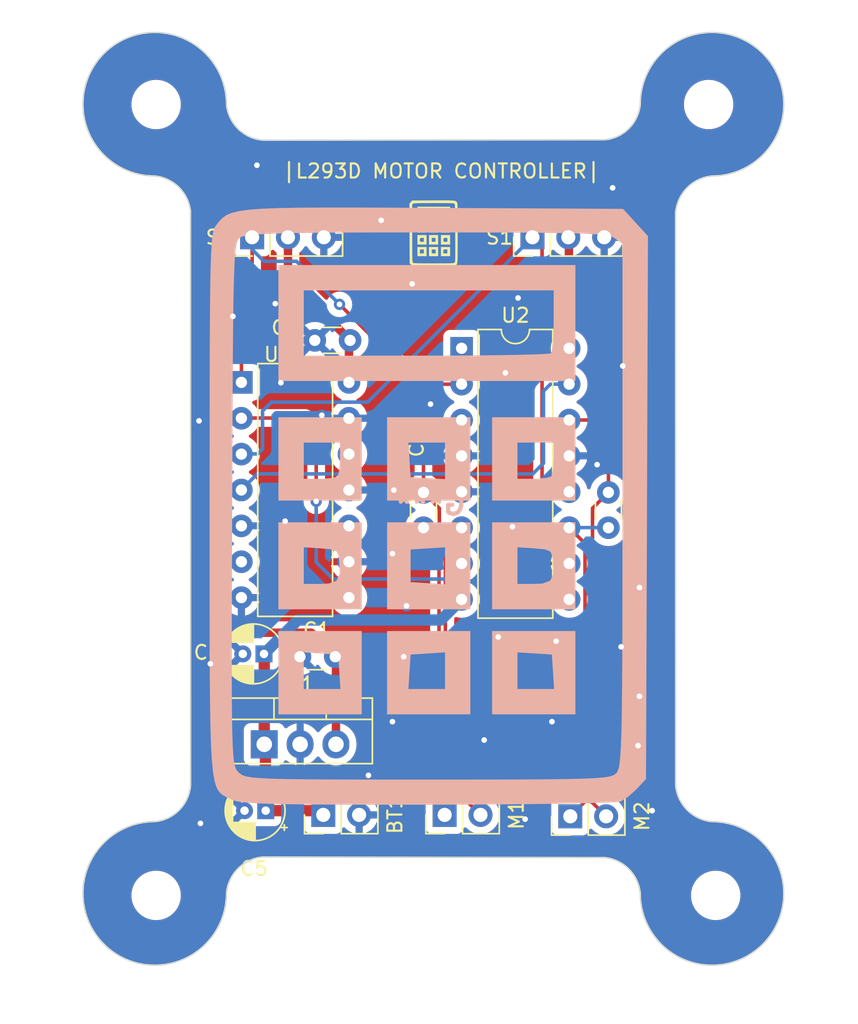
<source format=kicad_pcb>
(kicad_pcb (version 20221018) (generator pcbnew)
  (layers (0 "F.Cu" signal) (31 "B.Cu" signal) (34 "B.Paste" user) (35 "F.Paste" user) (36 "B.SilkS" user "B.Silkscreen") (37 "F.SilkS" user "F.Silkscreen") (38 "B.Mask" user) (39 "F.Mask" user) (44 "Edge.Cuts" user))
  (net 0 "")
  (net 1 "+9V")
  (net 2 "GND")
  (net 3 "Net-(M1-+)")
  (net 4 "Net-(M2-+)")
  (net 5 "Net-(M2--)")
  (net 6 "/I1")
  (net 7 "/I3")
  (net 8 "/I2")
  (net 9 "/I4")
  (net 10 "+5V")
  (net 13 "Net-(M1--)")
  (footprint "Package_TO_SOT_THT:TO-220-3_Vertical" (layer "F.Cu") (at 110.52 139.3)
    (fp_text reference "U1" (at 2.54 -4.27) (layer "F.SilkS"))
    (fp_text value "LM7805")
    (pad "1" thru_hole rect (at 0 0) (size 1.905 2) (drill 1.1) (layers "*.Cu" "*.Mask") (net 1 "+9V"))
    (pad "2" thru_hole oval (at 2.54 0) (size 1.905 2) (drill 1.1) (layers "*.Cu" "*.Mask") (net 2 "GND"))
    (pad "3" thru_hole oval (at 5.08 0) (size 1.905 2) (drill 1.1) (layers "*.Cu" "*.Mask") (net 10 "+5V"))
  )
  (footprint "Connector_PinHeader_2.54mm:PinHeader_1x02_P2.54mm_Vertical" (layer "F.Cu") (at 132.2 144.4 90)
    (fp_text reference "M2" (at 0 5.08 90) (layer "F.SilkS"))
    (fp_text value "Motor_DC")
    (pad "1" thru_hole rect (at 0 0 90) (size 1.7 1.7) (drill 1) (layers "*.Cu" "*.Mask") (net 4 "Net-(M2-+)"))
    (pad "2" thru_hole oval (at 0 2.54 90) (size 1.7 1.7) (drill 1) (layers "*.Cu" "*.Mask") (net 5 "Net-(M2--)"))
  )
  (footprint "Connector_PinHeader_2.54mm:PinHeader_1x02_P2.54mm_Vertical" (layer "F.Cu") (at 114.7 144.3 90)
    (fp_text reference "BT1" (at 0 5.08 90) (layer "F.SilkS"))
    (fp_text value "Battery")
    (pad "1" thru_hole rect (at 0 0 90) (size 1.7 1.7) (drill 1) (layers "*.Cu" "*.Mask") (net 1 "+9V"))
    (pad "2" thru_hole oval (at 0 2.54 90) (size 1.7 1.7) (drill 1) (layers "*.Cu" "*.Mask") (net 2 "GND"))
  )
  (footprint "MountingHole:MountingHole_3mm" (layer "F.Cu") (at 142 94)
    (fp_text reference "REF**" hide)
    (fp_text value "MountingHole_3mm")
    (pad "" np_thru_hole circle (at 0 0) (size 3 3) (drill 3) (layers "*.Cu" "*.Mask"))
  )
  (footprint "Capacitor_THT:CP_Radial_D4.0mm_P1.50mm" (layer "F.Cu") (at 110.6226 144 180)
    (fp_text reference "C5" (at 0.8226 -4.1) (layer "F.SilkS"))
    (fp_text value "100u" hide)
    (pad "1" thru_hole rect (at 0 0 180) (size 1.2 1.2) (drill 0.6) (layers "*.Cu" "*.Mask") (net 1 "+9V"))
    (pad "2" thru_hole circle (at 1.5 0 180) (size 1.2 1.2) (drill 0.6) (layers "*.Cu" "*.Mask") (net 2 "GND"))
  )
  (footprint "Connector_PinHeader_2.54mm:PinHeader_1x02_P2.54mm_Vertical" (layer "F.Cu") (at 123.3 144.3 90)
    (fp_text reference "M1" (at 0 5.08 90) (layer "F.SilkS"))
    (fp_text value "Motor_DC")
    (pad "1" thru_hole rect (at 0 0 90) (size 1.7 1.7) (drill 1) (layers "*.Cu" "*.Mask") (net 3 "Net-(M1-+)"))
    (pad "2" thru_hole oval (at 0 2.54 90) (size 1.7 1.7) (drill 1) (layers "*.Cu" "*.Mask") (net 13 "Net-(M1--)"))
  )
  (footprint "Capacitor_THT:C_Disc_D3.0mm_W1.6mm_P2.50mm" (layer "F.Cu") (at 113.05 133.1)
    (fp_text reference "C1" (at 1.2 -1.9) (layer "F.SilkS"))
    (fp_text value "100n")
    (pad "1" thru_hole circle (at 0 0) (size 1.6 1.6) (drill 0.8) (layers "*.Cu" "*.Mask") (net 2 "GND"))
    (pad "2" thru_hole circle (at 2.5 0) (size 1.6 1.6) (drill 0.8) (layers "*.Cu" "*.Mask") (net 10 "+5V"))
  )
  (footprint "MountingHole:MountingHole_3mm" (layer "F.Cu") (at 102.86 150)
    (fp_text reference "REF**" hide)
    (fp_text value "MountingHole_3mm")
    (pad "" np_thru_hole circle (at 0 0) (size 3 3) (drill 3) (layers "F&B.Cu" "*.Mask"))
  )
  (footprint "graphics:pcb_logo" (layer "F.Cu") (at 122.5 103.1)
    (fp_text reference "G***" hide)
    (fp_text value "LOGO" hide)
  )
  (footprint "Connector_PinHeader_2.54mm:PinHeader_1x03_P2.54mm_Vertical" (layer "F.Cu") (at 129.52 103.4 90)
    (fp_text reference "S1" (at 0 -2.33 180) (layer "F.SilkS"))
    (fp_text value "IR_SENSOR")
    (pad "1" thru_hole rect (at 0 0 90) (size 1.7 1.7) (drill 1) (layers "*.Cu" "*.Mask") (net 7 "/I3"))
    (pad "2" thru_hole oval (at 0 2.54 90) (size 1.7 1.7) (drill 1) (layers "*.Cu" "*.Mask") (net 10 "+5V"))
    (pad "3" thru_hole oval (at 0 5.08 90) (size 1.7 1.7) (drill 1) (layers "*.Cu" "*.Mask") (net 2 "GND"))
  )
  (footprint "Capacitor_THT:C_Disc_D3.0mm_W1.6mm_P2.50mm" (layer "F.Cu") (at 121.8 121.465 -90)
    (fp_text reference "C2" (at -3.465 0.5 90) (layer "F.SilkS"))
    (fp_text value "0.01u" hide)
    (pad "1" thru_hole circle (at 0 0 270) (size 1.6 1.6) (drill 0.8) (layers "*.Cu" "*.Mask") (net 3 "Net-(M1-+)"))
    (pad "2" thru_hole circle (at 2.5 0 270) (size 1.6 1.6) (drill 0.8) (layers "*.Cu" "*.Mask") (net 13 "Net-(M1--)"))
  )
  (footprint "Package_DIP:DIP-14_W7.62mm" (layer "F.Cu") (at 108.9 113.675)
    (fp_text reference "U3" (at 2.6 -1.975) (layer "F.SilkS"))
    (fp_text value "4069")
    (pad "1" thru_hole rect (at 0 0) (size 1.6 1.6) (drill 0.8) (layers "*.Cu" "*.Mask") (net 6 "/I1"))
    (pad "2" thru_hole oval (at 0 2.54) (size 1.6 1.6) (drill 0.8) (layers "*.Cu" "*.Mask") (net 8 "/I2"))
    (pad "3" thru_hole oval (at 0 5.08) (size 1.6 1.6) (drill 0.8) (layers "*.Cu" "*.Mask") (net 7 "/I3"))
    (pad "4" thru_hole oval (at 0 7.62) (size 1.6 1.6) (drill 0.8) (layers "*.Cu" "*.Mask") (net 9 "/I4"))
    (pad "5" thru_hole oval (at 0 10.16) (size 1.6 1.6) (drill 0.8) (layers "*.Cu" "*.Mask") (net 2 "GND"))
    (pad "6" thru_hole oval (at 0 12.7) (size 1.6 1.6) (drill 0.8) (layers "*.Cu" "*.Mask"))
    (pad "7" thru_hole oval (at 0 15.24) (size 1.6 1.6) (drill 0.8) (layers "*.Cu" "*.Mask") (net 2 "GND"))
    (pad "8" thru_hole oval (at 7.62 15.24) (size 1.6 1.6) (drill 0.8) (layers "*.Cu" "*.Mask"))
    (pad "9" thru_hole oval (at 7.62 12.7) (size 1.6 1.6) (drill 0.8) (layers "*.Cu" "*.Mask") (net 2 "GND"))
    (pad "10" thru_hole oval (at 7.62 10.16) (size 1.6 1.6) (drill 0.8) (layers "*.Cu" "*.Mask"))
    (pad "11" thru_hole oval (at 7.62 7.62) (size 1.6 1.6) (drill 0.8) (layers "*.Cu" "*.Mask") (net 2 "GND"))
    (pad "12" thru_hole oval (at 7.62 5.08) (size 1.6 1.6) (drill 0.8) (layers "*.Cu" "*.Mask"))
    (pad "13" thru_hole oval (at 7.62 2.54) (size 1.6 1.6) (drill 0.8) (layers "*.Cu" "*.Mask") (net 2 "GND"))
    (pad "14" thru_hole oval (at 7.62 0) (size 1.6 1.6) (drill 0.8) (layers "*.Cu" "*.Mask") (net 10 "+5V"))
  )
  (footprint "Capacitor_THT:CP_Radial_D4.0mm_P1.50mm" (layer "F.Cu") (at 110.5 132.9 180)
    (fp_text reference "C4" (at 4 0.1) (layer "F.SilkS"))
    (fp_text value "10u")
    (pad "1" thru_hole rect (at 0 0 180) (size 1.2 1.2) (drill 0.6) (layers "*.Cu" "*.Mask") (net 1 "+9V"))
    (pad "2" thru_hole circle (at 1.5 0 180) (size 1.2 1.2) (drill 0.6) (layers "*.Cu" "*.Mask") (net 2 "GND"))
  )
  (footprint "MountingHole:MountingHole_3mm" (layer "F.Cu") (at 142.5 150)
    (fp_text reference "REF**" hide)
    (fp_text value "MountingHole_3mm")
    (pad "" np_thru_hole circle (at 0 0) (size 3 3) (drill 3) (layers "F&B.Cu" "*.Mask"))
  )
  (footprint "Package_DIP:DIP-16_W7.62mm" (layer "F.Cu") (at 124.5 111.26)
    (fp_text reference "U2" (at 3.81 -2.33) (layer "F.SilkS"))
    (fp_text value "L293D")
    (pad "1" thru_hole rect (at 0 0) (size 1.6 1.6) (drill 0.8) (layers "*.Cu" "*.Mask"))
    (pad "2" thru_hole oval (at 0 2.54) (size 1.6 1.6) (drill 0.8) (layers "*.Cu" "*.Mask") (net 6 "/I1"))
    (pad "3" thru_hole oval (at 0 5.08) (size 1.6 1.6) (drill 0.8) (layers "*.Cu" "*.Mask") (net 3 "Net-(M1-+)"))
    (pad "4" thru_hole oval (at 0 7.62) (size 1.6 1.6) (drill 0.8) (layers "*.Cu" "*.Mask") (net 2 "GND"))
    (pad "5" thru_hole oval (at 0 10.16) (size 1.6 1.6) (drill 0.8) (layers "*.Cu" "*.Mask") (net 2 "GND"))
    (pad "6" thru_hole oval (at 0 12.7) (size 1.6 1.6) (drill 0.8) (layers "*.Cu" "*.Mask") (net 13 "Net-(M1--)"))
    (pad "7" thru_hole oval (at 0 15.24) (size 1.6 1.6) (drill 0.8) (layers "*.Cu" "*.Mask") (net 8 "/I2"))
    (pad "8" thru_hole oval (at 0 17.78) (size 1.6 1.6) (drill 0.8) (layers "*.Cu" "*.Mask") (net 1 "+9V"))
    (pad "9" thru_hole oval (at 7.62 17.78) (size 1.6 1.6) (drill 0.8) (layers "*.Cu" "*.Mask"))
    (pad "10" thru_hole oval (at 7.62 15.24) (size 1.6 1.6) (drill 0.8) (layers "*.Cu" "*.Mask") (net 7 "/I3"))
    (pad "11" thru_hole oval (at 7.62 12.7) (size 1.6 1.6) (drill 0.8) (layers "*.Cu" "*.Mask") (net 4 "Net-(M2-+)"))
    (pad "12" thru_hole oval (at 7.62 10.16) (size 1.6 1.6) (drill 0.8) (layers "*.Cu" "*.Mask") (net 2 "GND"))
    (pad "13" thru_hole oval (at 7.62 7.62) (size 1.6 1.6) (drill 0.8) (layers "*.Cu" "*.Mask") (net 2 "GND"))
    (pad "14" thru_hole oval (at 7.62 5.08) (size 1.6 1.6) (drill 0.8) (layers "*.Cu" "*.Mask") (net 5 "Net-(M2--)"))
    (pad "15" thru_hole oval (at 7.62 2.54) (size 1.6 1.6) (drill 0.8) (layers "*.Cu" "*.Mask") (net 9 "/I4"))
    (pad "16" thru_hole oval (at 7.62 0) (size 1.6 1.6) (drill 0.8) (layers "*.Cu" "*.Mask") (net 10 "+5V"))
  )
  (footprint "Connector_PinHeader_2.54mm:PinHeader_1x03_P2.54mm_Vertical" (layer "F.Cu") (at 109.66 103.4 90)
    (fp_text reference "S0" (at 0 -2.33 180) (layer "F.SilkS"))
    (fp_text value "IR_SENSOR")
    (pad "1" thru_hole rect (at 0 0 90) (size 1.7 1.7) (drill 1) (layers "*.Cu" "*.Mask") (net 6 "/I1"))
    (pad "2" thru_hole oval (at 0 2.54 90) (size 1.7 1.7) (drill 1) (layers "*.Cu" "*.Mask") (net 10 "+5V"))
    (pad "3" thru_hole oval (at 0 5.08 90) (size 1.7 1.7) (drill 1) (layers "*.Cu" "*.Mask") (net 2 "GND"))
  )
  (footprint "MountingHole:MountingHole_3mm" (layer "F.Cu") (at 102.86 94)
    (fp_text reference "REF**" hide)
    (fp_text value "MountingHole_3mm")
    (pad "" np_thru_hole circle (at 0 0) (size 3 3) (drill 3) (layers "F&B.Cu" "*.Mask"))
  )
  (footprint "Capacitor_THT:C_Disc_D3.0mm_W1.6mm_P2.50mm" (layer "F.Cu") (at 134.9 123.965 90)
    (fp_text reference "C3" (at 1.25 2.18 90) (layer "F.SilkS"))
    (fp_text value "0.01u")
    (pad "1" thru_hole circle (at 0 0 90) (size 1.6 1.6) (drill 0.8) (layers "*.Cu" "*.Mask") (net 4 "Net-(M2-+)"))
    (pad "2" thru_hole circle (at 2.5 0 90) (size 1.6 1.6) (drill 0.8) (layers "*.Cu" "*.Mask") (net 5 "Net-(M2--)"))
  )
  (footprint "Capacitor_THT:C_Disc_D3.0mm_W1.6mm_P2.50mm" (layer "F.Cu") (at 116.6 110.7 180)
    (fp_text reference "C6" (at 4.6 0.9) (layer "F.SilkS"))
    (fp_text value "100n")
    (pad "1" thru_hole circle (at 0 0 180) (size 1.6 1.6) (drill 0.8) (layers "*.Cu" "*.Mask") (net 10 "+5V"))
    (pad "2" thru_hole circle (at 2.5 0 180) (size 1.6 1.6) (drill 0.8) (layers "*.Cu" "*.Mask") (net 2 "GND"))
  )
  (footprint "graphics:pcb_logo_45mmx45mm" (layer "B.Cu") (at 122.3 122.3 180)
    (fp_text reference "G***" (at 0 0) (layer "B.SilkS") (effects (font (size 1.5 1.5) (thickness 0.3)) (justify mirror)))
    (fp_text value "LOGO" hide)
  )
  (gr_arc (start 137.16 93.98) (mid 145.832102 90.387898) (end 142.24 99.06) (stroke (width 0.1)) (layer "Edge.Cuts"))
  (gr_arc (start 137.16 93.98) (mid 136.360758 95.694736) (end 134.64836 96.498974) (stroke (width 0.1)) (layer "Edge.Cuts"))
  (gr_arc (start 142.24 144.78) (mid 145.832102 153.452102) (end 137.16 149.86) (stroke (width 0.1)) (layer "Edge.Cuts"))
  (gr_arc (start 107.84 149.86) (mid 108.64995 148.105207) (end 110.398301 147.281444) (stroke (width 0.1)) (layer "Edge.Cuts"))
  (gr_arc (start 107.84 149.86) (mid 99.167898 153.452102) (end 102.76 144.78) (stroke (width 0.1)) (layer "Edge.Cuts"))
  (gr_line (start 110.398301 147.281444) (end 134.564557 147.315922) (stroke (width 0.1)) (layer "Edge.Cuts"))
  (gr_line (start 139.659879 142.203673) (end 139.655371 101.696812) (stroke (width 0.1)) (layer "Edge.Cuts"))
  (gr_line (start 134.64836 96.498974) (end 110.435443 96.524078) (stroke (width 0.1)) (layer "Edge.Cuts"))
  (gr_arc (start 102.76 99.06) (mid 99.167898 90.387898) (end 107.84 93.98) (stroke (width 0.1)) (layer "Edge.Cuts"))
  (gr_arc (start 139.655371 101.696812) (mid 140.463367 99.903672) (end 142.24 99.060001) (stroke (width 0.1)) (layer "Edge.Cuts"))
  (gr_arc (start 110.435443 96.524078) (mid 108.670436 95.728759) (end 107.84 93.98) (stroke (width 0.1)) (layer "Edge.Cuts"))
  (gr_arc (start 102.76 99.060001) (mid 104.489638 99.870477) (end 105.30045 101.599958) (stroke (width 0.1)) (layer "Edge.Cuts"))
  (gr_arc (start 134.564557 147.315922) (mid 136.329564 148.111241) (end 137.16 149.86) (stroke (width 0.1)) (layer "Edge.Cuts"))
  (gr_arc (start 105.304078 142.184557) (mid 104.508759 143.949564) (end 102.76 144.78) (stroke (width 0.1)) (layer "Edge.Cuts"))
  (gr_line (start 105.30045 101.599958) (end 105.304078 142.184557) (stroke (width 0.1)) (layer "Edge.Cuts"))
  (gr_arc (start 142.24 144.78) (mid 140.483482 143.958981) (end 139.659879 142.203673) (stroke (width 0.1)) (layer "Edge.Cuts"))
  (gr_text "|L293D MOTOR CONTROLLER|" (at 111.7 99.3) (layer "F.SilkS") (effects (font (size 1 1)) (justify left bottom)))
  (segment (start 114.4 144) (end 114.7 144.3) (width 0.8) (layer "F.Cu") (net 1))
  (segment (start 110.6226 144) (end 114.4 144) (width 0.8) (layer "F.Cu") (net 1))
  (segment (start 110.52 132.92) (end 110.5 132.9) (width 0.8) (layer "F.Cu") (net 1))
  (segment (start 110.6 139.38) (end 110.52 139.3) (width 0.8) (layer "F.Cu") (net 1))
  (segment (start 110.52 139.3) (end 110.52 132.92) (width 0.8) (layer "F.Cu") (net 1))
  (segment (start 110.6 143.9) (end 110.6 139.38) (width 0.8) (layer "F.Cu") (net 1))
  (segment (start 110.5 132.9) (end 112.9 130.5) (width 0.8) (layer "B.Cu") (net 1))
  (segment (start 112.9 130.5) (end 123.04 130.5) (width 0.8) (layer "B.Cu") (net 1))
  (segment (start 123.04 130.5) (end 124.5 129.04) (width 0.8) (layer "B.Cu") (net 1))
  (via (at 134.1 119.5) (size 0.8) (drill 0.4) (layers "F.Cu" "B.Cu") (net 2))
  (via (at 119.6 137.7) (size 0.8) (drill 0.4) (layers "F.Cu" "B.Cu") (net 2))
  (via (at 120.6 129.5) (size 0.8) (drill 0.4) (layers "F.Cu" "B.Cu") (net 2))
  (via (at 105.9 116.4) (size 0.8) (drill 0.4) (layers "F.Cu" "B.Cu") (net 2))
  (via (at 106 144.9) (size 0.8) (drill 0.4) (layers "F.Cu" "B.Cu") (net 2))
  (via (at 126.1 139) (size 0.8) (drill 0.4) (layers "F.Cu" "B.Cu") (net 2))
  (via (at 120.4 133.1) (size 0.8) (drill 0.4) (layers "F.Cu" "B.Cu") (net 2))
  (via (at 135.92 112.515) (size 0.8) (drill 0.4) (layers "F.Cu" "B.Cu") (net 2))
  (via (at 121 106.7) (size 0.8) (drill 0.4) (layers "F.Cu" "B.Cu") (net 2))
  (via (at 114.6 116) (size 0.8) (drill 0.4) (layers "F.Cu" "B.Cu") (net 2))
  (via (at 135.2 99.9) (size 0.8) (drill 0.4) (layers "F.Cu" "B.Cu") (net 2))
  (via (at 118.8 102.2) (size 0.8) (drill 0.4) (layers "F.Cu" "B.Cu") (net 2))
  (via (at 127.6 113) (size 0.8) (drill 0.4) (layers "F.Cu" "B.Cu") (net 2))
  (via (at 131.2 132) (size 0.8) (drill 0.4) (layers "F.Cu" "B.Cu") (net 2))
  (via (at 138 144) (size 0.8) (drill 0.4) (layers "F.Cu" "B.Cu") (net 2))
  (via (at 127.1 131.7) (size 0.8) (drill 0.4) (layers "F.Cu" "B.Cu") (net 2))
  (via (at 112 123.5) (size 0.8) (drill 0.4) (layers "F.Cu" "B.Cu") (net 2))
  (via (at 119.7 121.3) (size 0.8) (drill 0.4) (layers "F.Cu" "B.Cu") (net 2))
  (via (at 137.1 135.9) (size 0.8) (drill 0.4) (layers "F.Cu" "B.Cu") (net 2))
  (via (at 117.9 141.5) (size 0.8) (drill 0.4) (layers "F.Cu" "B.Cu") (net 2))
  (via (at 111.3 108.1) (size 0.8) (drill 0.4) (layers "F.Cu" "B.Cu") (net 2))
  (via (at 137.1 128.2) (size 0.8) (drill 0.4) (layers "F.Cu" "B.Cu") (net 2))
  (via (at 135.8 132.4) (size 0.8) (drill 0.4) (layers "F.Cu" "B.Cu") (net 2))
  (via (at 122.3 115.215) (size 0.8) (drill 0.4) (layers "F.Cu" "B.Cu") (net 2))
  (via (at 137 139.4) (size 0.8) (drill 0.4) (layers "F.Cu" "B.Cu") (net 2))
  (via (at 106.7 133.6) (size 0.8) (drill 0.4) (layers "F.Cu" "B.Cu") (net 2))
  (via (at 129 144.6) (size 0.8) (drill 0.4) (layers "F.Cu" "B.Cu") (net 2))
  (via (at 119.6 125.8) (size 0.8) (drill 0.4) (layers "F.Cu" "B.Cu") (net 2))
  (via (at 128.1 123.9) (size 0.8) (drill 0.4) (layers "F.Cu" "B.Cu") (net 2))
  (via (at 130.9 137.7) (size 0.8) (drill 0.4) (layers "F.Cu" "B.Cu") (net 2))
  (via (at 110 98.3) (size 0.8) (drill 0.4) (layers "F.Cu" "B.Cu") (net 2))
  (via (at 128.5 107.7) (size 0.8) (drill 0.4) (layers "F.Cu" "B.Cu") (net 2))
  (via (at 108.3 109) (size 0.8) (drill 0.4) (layers "F.Cu" "B.Cu") (net 2))
  (via (at 111.7 113.7) (size 0.8) (drill 0.4) (layers "F.Cu" "B.Cu") (net 2))
  (segment (start 122.9 143.9) (end 122.9 124.455991) (width 0.25) (layer "F.Cu") (net 3))
  (segment (start 121.8 117.4) (end 122.86 116.34) (width 0.25) (layer "F.Cu") (net 3))
  (segment (start 122.86 116.34) (end 124.5 116.34) (width 0.25) (layer "F.Cu") (net 3))
  (segment (start 121.8 121.465) (end 121.8 117.4) (width 0.25) (layer "F.Cu") (net 3))
  (segment (start 123.3 144.3) (end 122.9 143.9) (width 0.25) (layer "F.Cu") (net 3))
  (segment (start 122.9 124.455991) (end 122.925 124.430991) (width 0.25) (layer "F.Cu") (net 3))
  (segment (start 122.925 122.59) (end 121.8 121.465) (width 0.25) (layer "F.Cu") (net 3))
  (segment (start 122.925 124.430991) (end 122.925 122.59) (width 0.25) (layer "F.Cu") (net 3))
  (segment (start 132.12 123.96) (end 133.245 125.085) (width 0.25) (layer "F.Cu") (net 4))
  (segment (start 133.245 143.355) (end 132.2 144.4) (width 0.25) (layer "F.Cu") (net 4))
  (segment (start 132.1 144.3) (end 132.325 144.075) (width 0.25) (layer "F.Cu") (net 4))
  (segment (start 134.895 123.96) (end 134.9 123.965) (width 0.25) (layer "F.Cu") (net 4))
  (segment (start 133.245 125.085) (end 133.245 143.355) (width 0.25) (layer "F.Cu") (net 4))
  (segment (start 132.12 123.96) (end 134.895 123.96) (width 0.25) (layer "B.Cu") (net 4))
  (segment (start 134.895 123.96) (end 134.9 123.965) (width 0.25) (layer "B.Cu") (net 4))
  (segment (start 133.775 143.435) (end 134.74 144.4) (width 0.25) (layer "F.Cu") (net 5))
  (segment (start 134.9 121.465) (end 134.9 117.1) (width 0.25) (layer "F.Cu") (net 5))
  (segment (start 134.14 116.34) (end 132.12 116.34) (width 0.25) (layer "F.Cu") (net 5))
  (segment (start 134.9 117.1) (end 134.14 116.34) (width 0.25) (layer "F.Cu") (net 5))
  (segment (start 134.64 144.3) (end 134.865 144.075) (width 0.25) (layer "F.Cu") (net 5))
  (segment (start 133.775 122.59) (end 133.775 143.435) (width 0.25) (layer "F.Cu") (net 5))
  (segment (start 134.9 121.465) (end 133.775 122.59) (width 0.25) (layer "F.Cu") (net 5))
  (segment (start 109.66 111.24) (end 108.9 112) (width 0.25) (layer "F.Cu") (net 6))
  (segment (start 109.66 103.4) (end 109.66 111.24) (width 0.25) (layer "F.Cu") (net 6))
  (segment (start 115.85 108.15) (end 121.5 113.8) (width 0.25) (layer "F.Cu") (net 6))
  (segment (start 121.5 113.8) (end 124.5 113.8) (width 0.25) (layer "F.Cu") (net 6))
  (segment (start 108.9 112) (end 108.9 113.66) (width 0.25) (layer "F.Cu") (net 6))
  (via (at 115.85 108.15) (size 0.8) (drill 0.4) (layers "F.Cu" "B.Cu") (net 6))
  (segment (start 109.66 104.26) (end 109.66 103.4) (width 0.25) (layer "B.Cu") (net 6))
  (segment (start 112.8 105.1) (end 110.5 105.1) (width 0.25) (layer "B.Cu") (net 6))
  (segment (start 115.85 108.15) (end 112.8 105.1) (width 0.25) (layer "B.Cu") (net 6))
  (segment (start 110.5 105.1) (end 109.66 104.26) (width 0.25) (layer "B.Cu") (net 6))
  (segment (start 129.52 103.4) (end 130.2 104.08) (width 0.25) (layer "F.Cu") (net 7))
  (segment (start 130.2 104.08) (end 130.2 125.9) (width 0.25) (layer "F.Cu") (net 7))
  (segment (start 130.8 126.5) (end 132.12 126.5) (width 0.25) (layer "F.Cu") (net 7))
  (segment (start 130.2 125.9) (end 130.8 126.5) (width 0.25) (layer "F.Cu") (net 7))
  (segment (start 110.4 118.4) (end 110.4 115.7) (width 0.25) (layer "B.Cu") (net 7))
  (segment (start 110.06 118.74) (end 110.4 118.4) (width 0.25) (layer "B.Cu") (net 7))
  (segment (start 110.4 115.7) (end 111.025 115.075) (width 0.25) (layer "B.Cu") (net 7))
  (segment (start 111.025 115.075) (end 117.845 115.075) (width 0.25) (layer "B.Cu") (net 7))
  (segment (start 108.9 118.74) (end 110.06 118.74) (width 0.25) (layer "B.Cu") (net 7))
  (segment (start 108.9 118.52) (end 108.9 118.74) (width 0.25) (layer "B.Cu") (net 7))
  (segment (start 117.845 115.075) (end 129.52 103.4) (width 0.25) (layer "B.Cu") (net 7))
  (segment (start 114.2 117) (end 113.4 116.2) (width 0.25) (layer "F.Cu") (net 8))
  (segment (start 113.4 116.2) (end 108.9 116.2) (width 0.25) (layer "F.Cu") (net 8))
  (segment (start 114.2 122.1) (end 114.2 117) (width 0.25) (layer "F.Cu") (net 8))
  (via (at 114.2 122.1) (size 0.8) (drill 0.4) (layers "F.Cu" "B.Cu") (net 8))
  (segment (start 123.4 127.6) (end 115.4 127.6) (width 0.25) (layer "B.Cu") (net 8))
  (segment (start 114.2 126.4) (end 114.2 122.1) (width 0.25) (layer "B.Cu") (net 8))
  (segment (start 124.5 126.5) (end 123.4 127.6) (width 0.25) (layer "B.Cu") (net 8))
  (segment (start 115.4 127.6) (end 114.2 126.4) (width 0.25) (layer "B.Cu") (net 8))
  (segment (start 114.2 122.1) (end 114.2 122) (width 0.25) (layer "B.Cu") (net 8))
  (segment (start 130.3 119.4) (end 130.3 114.3) (width 0.25) (layer "B.Cu") (net 9))
  (segment (start 108.9 121.28) (end 110.025 120.155) (width 0.25) (layer "B.Cu") (net 9))
  (segment (start 110.025 120.155) (end 129.545 120.155) (width 0.25) (layer "B.Cu") (net 9))
  (segment (start 130.3 114.3) (end 130.8 113.8) (width 0.25) (layer "B.Cu") (net 9))
  (segment (start 129.545 120.155) (end 130.3 119.4) (width 0.25) (layer "B.Cu") (net 9))
  (segment (start 130.8 113.8) (end 132.12 113.8) (width 0.25) (layer "B.Cu") (net 9))
  (segment (start 116.52 113.66) (end 116.52 110.62) (width 0.6) (layer "F.Cu") (net 10))
  (segment (start 113.85 131.4) (end 108 131.4) (width 0.6) (layer "F.Cu") (net 10))
  (segment (start 112.2 101.8) (end 114.1 99.9) (width 0.6) (layer "F.Cu") (net 10))
  (segment (start 132.1 103.44) (end 132.1 111.24) (width 0.6) (layer "F.Cu") (net 10))
  (segment (start 132.06 103.4) (end 132.1 103.44) (width 0.6) (layer "F.Cu") (net 10))
  (segment (start 114.1 99.9) (end 130.3 99.9) (width 0.6) (layer "F.Cu") (net 10))
  (segment (start 132.1 111.24) (end 132.12 111.26) (width 0.6) (layer "F.Cu") (net 10))
  (segment (start 115.6 132.8) (end 115.6 139.3) (width 0.6) (layer "F.Cu") (net 10))
  (segment (start 132.06 101.66) (end 132.06 103.4) (width 0.6) (layer "F.Cu") (net 10))
  (segment (start 107 130.4) (end 107 101.6) (width 0.6) (layer "F.Cu") (net 10))
  (segment (start 110.3 99.9) (end 112.2 101.8) (width 0.6) (layer "F.Cu") (net 10))
  (segment (start 108.7 99.9) (end 110.3 99.9) (width 0.6) (layer "F.Cu") (net 10))
  (segment (start 116.52 110.62) (end 112.2 106.3) (width 0.6) (layer "F.Cu") (net 10))
  (segment (start 130.3 99.9) (end 132.06 101.66) (width 0.6) (layer "F.Cu") (net 10))
  (segment (start 115.55 133.1) (end 113.85 131.4) (width 0.6) (layer "F.Cu") (net 10))
  (segment (start 115.9 133.1) (end 115.6 132.8) (width 0.6) (layer "F.Cu") (net 10))
  (segment (start 107 101.6) (end 108.7 99.9) (width 0.6) (layer "F.Cu") (net 10))
  (segment (start 112.2 103.4) (end 112.2 101.8) (width 0.6) (layer "F.Cu") (net 10))
  (segment (start 112.2 106.3) (end 112.2 103.4) (width 0.6) (layer "F.Cu") (net 10))
  (segment (start 108 131.4) (end 107 130.4) (width 0.6) (layer "F.Cu") (net 10))
  (segment (start 123.35 141.81) (end 123.35 125.11) (width 0.25) (layer "F.Cu") (net 13))
  (segment (start 125.84 144.3) (end 123.35 141.81) (width 0.25) (layer "F.Cu") (net 13))
  (segment (start 124.495 123.965) (end 124.5 123.96) (width 0.25) (layer "F.Cu") (net 13))
  (segment (start 123.35 125.11) (end 124.5 123.96) (width 0.25) (layer "F.Cu") (net 13))
  (segment (start 121.735 123.965) (end 121.74 123.96) (width 0.25) (layer "B.Cu") (net 13))
  (segment (start 121.8 123.965) (end 121.735 123.965) (width 0.25) (layer "B.Cu") (net 13))
  (segment (start 121.74 123.96) (end 124.5 123.96) (width 0.25) (layer "B.Cu") (net 13))
  (zone (net 2) (net_name "GND") (layer "F.Cu") (connect_pads (clearance 0.5)) (min_thickness 0.25) (fill yes (thermal_gap 0.5) (thermal_bridge_width 0.5))
    (polygon (pts (xy 94.4 87.6) (xy 150.6 88) (xy 151.2 157) (xy 93.7 157.5) (xy 94.3 87.6)))
  )
  (zone (net 2) (net_name "GND") (layer "B.Cu") (priority 1) (connect_pads (clearance 0.5)) (min_thickness 0.25) (fill yes (thermal_gap 0.5) (thermal_bridge_width 0.5))
    (polygon (pts (xy 93.7 86.6) (xy 152.3 87.3) (xy 152.6 158) (xy 91.8 159.1)))
  )
)
</source>
